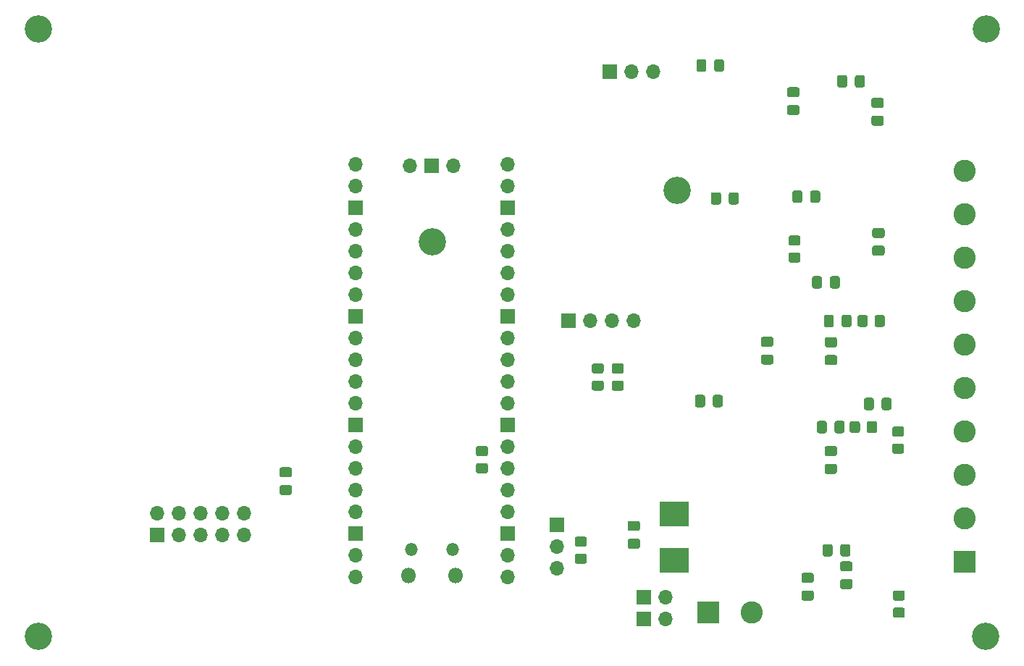
<source format=gbs>
G04 #@! TF.GenerationSoftware,KiCad,Pcbnew,(6.0.6)*
G04 #@! TF.CreationDate,2024-03-22T15:25:42+01:00*
G04 #@! TF.ProjectId,pi-pico-itm39xxc-if,70692d70-6963-46f2-9d69-746d33397878,rev?*
G04 #@! TF.SameCoordinates,Original*
G04 #@! TF.FileFunction,Soldermask,Bot*
G04 #@! TF.FilePolarity,Negative*
%FSLAX46Y46*%
G04 Gerber Fmt 4.6, Leading zero omitted, Abs format (unit mm)*
G04 Created by KiCad (PCBNEW (6.0.6)) date 2024-03-22 15:25:42*
%MOMM*%
%LPD*%
G01*
G04 APERTURE LIST*
%ADD10C,3.200000*%
%ADD11R,2.600000X2.600000*%
%ADD12C,2.600000*%
%ADD13R,1.700000X1.700000*%
%ADD14O,1.700000X1.700000*%
%ADD15O,1.800000X1.800000*%
%ADD16O,1.500000X1.500000*%
%ADD17R,3.500000X2.950000*%
G04 APERTURE END LIST*
D10*
X106248200Y-60223400D03*
X170992800Y-106400600D03*
X60172600Y-35382200D03*
X171018200Y-35382200D03*
X60172600Y-106400600D03*
D11*
X168530000Y-97680000D03*
D12*
X168530000Y-92600000D03*
X168530000Y-87520000D03*
X168530000Y-82440000D03*
X168530000Y-77360000D03*
X168530000Y-72280000D03*
X168530000Y-67200000D03*
X168530000Y-62120000D03*
X168530000Y-57040000D03*
X168530000Y-51960000D03*
D13*
X130957400Y-104394000D03*
D14*
X133497400Y-104394000D03*
D11*
X138508000Y-103629000D03*
D12*
X143588000Y-103629000D03*
D13*
X120802400Y-93309200D03*
D14*
X120802400Y-95849200D03*
X120802400Y-98389200D03*
D15*
X108947800Y-99285600D03*
X103497800Y-99285600D03*
D16*
X103797800Y-96255600D03*
X108647800Y-96255600D03*
D14*
X115112800Y-99415600D03*
X115112800Y-96875600D03*
D13*
X115112800Y-94335600D03*
D14*
X115112800Y-91795600D03*
X115112800Y-89255600D03*
X115112800Y-86715600D03*
X115112800Y-84175600D03*
D13*
X115112800Y-81635600D03*
D14*
X115112800Y-79095600D03*
X115112800Y-76555600D03*
X115112800Y-74015600D03*
X115112800Y-71475600D03*
D13*
X115112800Y-68935600D03*
D14*
X115112800Y-66395600D03*
X115112800Y-63855600D03*
X115112800Y-61315600D03*
X115112800Y-58775600D03*
D13*
X115112800Y-56235600D03*
D14*
X115112800Y-53695600D03*
X115112800Y-51155600D03*
X97332800Y-51155600D03*
X97332800Y-53695600D03*
D13*
X97332800Y-56235600D03*
D14*
X97332800Y-58775600D03*
X97332800Y-61315600D03*
X97332800Y-63855600D03*
X97332800Y-66395600D03*
D13*
X97332800Y-68935600D03*
D14*
X97332800Y-71475600D03*
X97332800Y-74015600D03*
X97332800Y-76555600D03*
X97332800Y-79095600D03*
D13*
X97332800Y-81635600D03*
D14*
X97332800Y-84175600D03*
X97332800Y-86715600D03*
X97332800Y-89255600D03*
X97332800Y-91795600D03*
D13*
X97332800Y-94335600D03*
D14*
X97332800Y-96875600D03*
X97332800Y-99415600D03*
X108762800Y-51385600D03*
D13*
X106222800Y-51385600D03*
D14*
X103682800Y-51385600D03*
D13*
X74091800Y-94513400D03*
D14*
X74091800Y-91973400D03*
X76631800Y-94513400D03*
X76631800Y-91973400D03*
X79171800Y-94513400D03*
X79171800Y-91973400D03*
X81711800Y-94513400D03*
X81711800Y-91973400D03*
X84251800Y-94513400D03*
X84251800Y-91973400D03*
D13*
X127040400Y-40309800D03*
D14*
X129580400Y-40309800D03*
X132120400Y-40309800D03*
D13*
X130962400Y-101854000D03*
D14*
X133502400Y-101854000D03*
D10*
X134899400Y-54203600D03*
D13*
X122184000Y-69443600D03*
D14*
X124724000Y-69443600D03*
X127264000Y-69443600D03*
X129804000Y-69443600D03*
G36*
G01*
X160275200Y-81837000D02*
X161175200Y-81837000D01*
G75*
G02*
X161425200Y-82087000I0J-250000D01*
G01*
X161425200Y-82787000D01*
G75*
G02*
X161175200Y-83037000I-250000J0D01*
G01*
X160275200Y-83037000D01*
G75*
G02*
X160025200Y-82787000I0J250000D01*
G01*
X160025200Y-82087000D01*
G75*
G02*
X160275200Y-81837000I250000J0D01*
G01*
G37*
G36*
G01*
X160275200Y-83837000D02*
X161175200Y-83837000D01*
G75*
G02*
X161425200Y-84087000I0J-250000D01*
G01*
X161425200Y-84787000D01*
G75*
G02*
X161175200Y-85037000I-250000J0D01*
G01*
X160275200Y-85037000D01*
G75*
G02*
X160025200Y-84787000I0J250000D01*
G01*
X160025200Y-84087000D01*
G75*
G02*
X160275200Y-83837000I250000J0D01*
G01*
G37*
G36*
G01*
X125153000Y-74456600D02*
X126053000Y-74456600D01*
G75*
G02*
X126303000Y-74706600I0J-250000D01*
G01*
X126303000Y-75406600D01*
G75*
G02*
X126053000Y-75656600I-250000J0D01*
G01*
X125153000Y-75656600D01*
G75*
G02*
X124903000Y-75406600I0J250000D01*
G01*
X124903000Y-74706600D01*
G75*
G02*
X125153000Y-74456600I250000J0D01*
G01*
G37*
G36*
G01*
X125153000Y-76456600D02*
X126053000Y-76456600D01*
G75*
G02*
X126303000Y-76706600I0J-250000D01*
G01*
X126303000Y-77406600D01*
G75*
G02*
X126053000Y-77656600I-250000J0D01*
G01*
X125153000Y-77656600D01*
G75*
G02*
X124903000Y-77406600I0J250000D01*
G01*
X124903000Y-76706600D01*
G75*
G02*
X125153000Y-76456600I250000J0D01*
G01*
G37*
G36*
G01*
X159172200Y-69053800D02*
X159172200Y-69953800D01*
G75*
G02*
X158922200Y-70203800I-250000J0D01*
G01*
X158222200Y-70203800D01*
G75*
G02*
X157972200Y-69953800I0J250000D01*
G01*
X157972200Y-69053800D01*
G75*
G02*
X158222200Y-68803800I250000J0D01*
G01*
X158922200Y-68803800D01*
G75*
G02*
X159172200Y-69053800I0J-250000D01*
G01*
G37*
G36*
G01*
X157172200Y-69053800D02*
X157172200Y-69953800D01*
G75*
G02*
X156922200Y-70203800I-250000J0D01*
G01*
X156222200Y-70203800D01*
G75*
G02*
X155972200Y-69953800I0J250000D01*
G01*
X155972200Y-69053800D01*
G75*
G02*
X156222200Y-68803800I250000J0D01*
G01*
X156922200Y-68803800D01*
G75*
G02*
X157172200Y-69053800I0J-250000D01*
G01*
G37*
G36*
G01*
X151606500Y-54490600D02*
X151606500Y-55440600D01*
G75*
G02*
X151356500Y-55690600I-250000J0D01*
G01*
X150681500Y-55690600D01*
G75*
G02*
X150431500Y-55440600I0J250000D01*
G01*
X150431500Y-54490600D01*
G75*
G02*
X150681500Y-54240600I250000J0D01*
G01*
X151356500Y-54240600D01*
G75*
G02*
X151606500Y-54490600I0J-250000D01*
G01*
G37*
G36*
G01*
X149531500Y-54490600D02*
X149531500Y-55440600D01*
G75*
G02*
X149281500Y-55690600I-250000J0D01*
G01*
X148606500Y-55690600D01*
G75*
G02*
X148356500Y-55440600I0J250000D01*
G01*
X148356500Y-54490600D01*
G75*
G02*
X148606500Y-54240600I250000J0D01*
G01*
X149281500Y-54240600D01*
G75*
G02*
X149531500Y-54490600I0J-250000D01*
G01*
G37*
G36*
G01*
X111614800Y-84125000D02*
X112514800Y-84125000D01*
G75*
G02*
X112764800Y-84375000I0J-250000D01*
G01*
X112764800Y-85075000D01*
G75*
G02*
X112514800Y-85325000I-250000J0D01*
G01*
X111614800Y-85325000D01*
G75*
G02*
X111364800Y-85075000I0J250000D01*
G01*
X111364800Y-84375000D01*
G75*
G02*
X111614800Y-84125000I250000J0D01*
G01*
G37*
G36*
G01*
X111614800Y-86125000D02*
X112514800Y-86125000D01*
G75*
G02*
X112764800Y-86375000I0J-250000D01*
G01*
X112764800Y-87075000D01*
G75*
G02*
X112514800Y-87325000I-250000J0D01*
G01*
X111614800Y-87325000D01*
G75*
G02*
X111364800Y-87075000I0J250000D01*
G01*
X111364800Y-86375000D01*
G75*
G02*
X111614800Y-86125000I250000J0D01*
G01*
G37*
G36*
G01*
X88653600Y-86614600D02*
X89603600Y-86614600D01*
G75*
G02*
X89853600Y-86864600I0J-250000D01*
G01*
X89853600Y-87539600D01*
G75*
G02*
X89603600Y-87789600I-250000J0D01*
G01*
X88653600Y-87789600D01*
G75*
G02*
X88403600Y-87539600I0J250000D01*
G01*
X88403600Y-86864600D01*
G75*
G02*
X88653600Y-86614600I250000J0D01*
G01*
G37*
G36*
G01*
X88653600Y-88689600D02*
X89603600Y-88689600D01*
G75*
G02*
X89853600Y-88939600I0J-250000D01*
G01*
X89853600Y-89614600D01*
G75*
G02*
X89603600Y-89864600I-250000J0D01*
G01*
X88653600Y-89864600D01*
G75*
G02*
X88403600Y-89614600I0J250000D01*
G01*
X88403600Y-88939600D01*
G75*
G02*
X88653600Y-88689600I250000J0D01*
G01*
G37*
G36*
G01*
X136971600Y-79342000D02*
X136971600Y-78392000D01*
G75*
G02*
X137221600Y-78142000I250000J0D01*
G01*
X137896600Y-78142000D01*
G75*
G02*
X138146600Y-78392000I0J-250000D01*
G01*
X138146600Y-79342000D01*
G75*
G02*
X137896600Y-79592000I-250000J0D01*
G01*
X137221600Y-79592000D01*
G75*
G02*
X136971600Y-79342000I0J250000D01*
G01*
G37*
G36*
G01*
X139046600Y-79342000D02*
X139046600Y-78392000D01*
G75*
G02*
X139296600Y-78142000I250000J0D01*
G01*
X139971600Y-78142000D01*
G75*
G02*
X140221600Y-78392000I0J-250000D01*
G01*
X140221600Y-79342000D01*
G75*
G02*
X139971600Y-79592000I-250000J0D01*
G01*
X139296600Y-79592000D01*
G75*
G02*
X139046600Y-79342000I0J250000D01*
G01*
G37*
G36*
G01*
X148938000Y-45414600D02*
X147988000Y-45414600D01*
G75*
G02*
X147738000Y-45164600I0J250000D01*
G01*
X147738000Y-44489600D01*
G75*
G02*
X147988000Y-44239600I250000J0D01*
G01*
X148938000Y-44239600D01*
G75*
G02*
X149188000Y-44489600I0J-250000D01*
G01*
X149188000Y-45164600D01*
G75*
G02*
X148938000Y-45414600I-250000J0D01*
G01*
G37*
G36*
G01*
X148938000Y-43339600D02*
X147988000Y-43339600D01*
G75*
G02*
X147738000Y-43089600I0J250000D01*
G01*
X147738000Y-42414600D01*
G75*
G02*
X147988000Y-42164600I250000J0D01*
G01*
X148938000Y-42164600D01*
G75*
G02*
X149188000Y-42414600I0J-250000D01*
G01*
X149188000Y-43089600D01*
G75*
G02*
X148938000Y-43339600I-250000J0D01*
G01*
G37*
G36*
G01*
X127489800Y-74456600D02*
X128389800Y-74456600D01*
G75*
G02*
X128639800Y-74706600I0J-250000D01*
G01*
X128639800Y-75406600D01*
G75*
G02*
X128389800Y-75656600I-250000J0D01*
G01*
X127489800Y-75656600D01*
G75*
G02*
X127239800Y-75406600I0J250000D01*
G01*
X127239800Y-74706600D01*
G75*
G02*
X127489800Y-74456600I250000J0D01*
G01*
G37*
G36*
G01*
X127489800Y-76456600D02*
X128389800Y-76456600D01*
G75*
G02*
X128639800Y-76706600I0J-250000D01*
G01*
X128639800Y-77406600D01*
G75*
G02*
X128389800Y-77656600I-250000J0D01*
G01*
X127489800Y-77656600D01*
G75*
G02*
X127239800Y-77406600I0J250000D01*
G01*
X127239800Y-76706600D01*
G75*
G02*
X127489800Y-76456600I250000J0D01*
G01*
G37*
G36*
G01*
X149664400Y-98955100D02*
X150614400Y-98955100D01*
G75*
G02*
X150864400Y-99205100I0J-250000D01*
G01*
X150864400Y-99880100D01*
G75*
G02*
X150614400Y-100130100I-250000J0D01*
G01*
X149664400Y-100130100D01*
G75*
G02*
X149414400Y-99880100I0J250000D01*
G01*
X149414400Y-99205100D01*
G75*
G02*
X149664400Y-98955100I250000J0D01*
G01*
G37*
G36*
G01*
X149664400Y-101030100D02*
X150614400Y-101030100D01*
G75*
G02*
X150864400Y-101280100I0J-250000D01*
G01*
X150864400Y-101955100D01*
G75*
G02*
X150614400Y-102205100I-250000J0D01*
G01*
X149664400Y-102205100D01*
G75*
G02*
X149414400Y-101955100I0J250000D01*
G01*
X149414400Y-101280100D01*
G75*
G02*
X149664400Y-101030100I250000J0D01*
G01*
G37*
G36*
G01*
X151216200Y-82390000D02*
X151216200Y-81440000D01*
G75*
G02*
X151466200Y-81190000I250000J0D01*
G01*
X152141200Y-81190000D01*
G75*
G02*
X152391200Y-81440000I0J-250000D01*
G01*
X152391200Y-82390000D01*
G75*
G02*
X152141200Y-82640000I-250000J0D01*
G01*
X151466200Y-82640000D01*
G75*
G02*
X151216200Y-82390000I0J250000D01*
G01*
G37*
G36*
G01*
X153291200Y-82390000D02*
X153291200Y-81440000D01*
G75*
G02*
X153541200Y-81190000I250000J0D01*
G01*
X154216200Y-81190000D01*
G75*
G02*
X154466200Y-81440000I0J-250000D01*
G01*
X154466200Y-82390000D01*
G75*
G02*
X154216200Y-82640000I-250000J0D01*
G01*
X153541200Y-82640000D01*
G75*
G02*
X153291200Y-82390000I0J250000D01*
G01*
G37*
G36*
G01*
X123171800Y-94716800D02*
X124071800Y-94716800D01*
G75*
G02*
X124321800Y-94966800I0J-250000D01*
G01*
X124321800Y-95666800D01*
G75*
G02*
X124071800Y-95916800I-250000J0D01*
G01*
X123171800Y-95916800D01*
G75*
G02*
X122921800Y-95666800I0J250000D01*
G01*
X122921800Y-94966800D01*
G75*
G02*
X123171800Y-94716800I250000J0D01*
G01*
G37*
G36*
G01*
X123171800Y-96716800D02*
X124071800Y-96716800D01*
G75*
G02*
X124321800Y-96966800I0J-250000D01*
G01*
X124321800Y-97666800D01*
G75*
G02*
X124071800Y-97916800I-250000J0D01*
G01*
X123171800Y-97916800D01*
G75*
G02*
X122921800Y-97666800I0J250000D01*
G01*
X122921800Y-96966800D01*
G75*
G02*
X123171800Y-96716800I250000J0D01*
G01*
G37*
G36*
G01*
X152376200Y-84132800D02*
X153326200Y-84132800D01*
G75*
G02*
X153576200Y-84382800I0J-250000D01*
G01*
X153576200Y-85057800D01*
G75*
G02*
X153326200Y-85307800I-250000J0D01*
G01*
X152376200Y-85307800D01*
G75*
G02*
X152126200Y-85057800I0J250000D01*
G01*
X152126200Y-84382800D01*
G75*
G02*
X152376200Y-84132800I250000J0D01*
G01*
G37*
G36*
G01*
X152376200Y-86207800D02*
X153326200Y-86207800D01*
G75*
G02*
X153576200Y-86457800I0J-250000D01*
G01*
X153576200Y-87132800D01*
G75*
G02*
X153326200Y-87382800I-250000J0D01*
G01*
X152376200Y-87382800D01*
G75*
G02*
X152126200Y-87132800I0J250000D01*
G01*
X152126200Y-86457800D01*
G75*
G02*
X152376200Y-86207800I250000J0D01*
G01*
G37*
G36*
G01*
X129344400Y-92888400D02*
X130294400Y-92888400D01*
G75*
G02*
X130544400Y-93138400I0J-250000D01*
G01*
X130544400Y-93813400D01*
G75*
G02*
X130294400Y-94063400I-250000J0D01*
G01*
X129344400Y-94063400D01*
G75*
G02*
X129094400Y-93813400I0J250000D01*
G01*
X129094400Y-93138400D01*
G75*
G02*
X129344400Y-92888400I250000J0D01*
G01*
G37*
G36*
G01*
X129344400Y-94963400D02*
X130294400Y-94963400D01*
G75*
G02*
X130544400Y-95213400I0J-250000D01*
G01*
X130544400Y-95888400D01*
G75*
G02*
X130294400Y-96138400I-250000J0D01*
G01*
X129344400Y-96138400D01*
G75*
G02*
X129094400Y-95888400I0J250000D01*
G01*
X129094400Y-95213400D01*
G75*
G02*
X129344400Y-94963400I250000J0D01*
G01*
G37*
G36*
G01*
X145890000Y-74599200D02*
X144940000Y-74599200D01*
G75*
G02*
X144690000Y-74349200I0J250000D01*
G01*
X144690000Y-73674200D01*
G75*
G02*
X144940000Y-73424200I250000J0D01*
G01*
X145890000Y-73424200D01*
G75*
G02*
X146140000Y-73674200I0J-250000D01*
G01*
X146140000Y-74349200D01*
G75*
G02*
X145890000Y-74599200I-250000J0D01*
G01*
G37*
G36*
G01*
X145890000Y-72524200D02*
X144940000Y-72524200D01*
G75*
G02*
X144690000Y-72274200I0J250000D01*
G01*
X144690000Y-71599200D01*
G75*
G02*
X144940000Y-71349200I250000J0D01*
G01*
X145890000Y-71349200D01*
G75*
G02*
X146140000Y-71599200I0J-250000D01*
G01*
X146140000Y-72274200D01*
G75*
G02*
X145890000Y-72524200I-250000J0D01*
G01*
G37*
G36*
G01*
X155135600Y-100862800D02*
X154185600Y-100862800D01*
G75*
G02*
X153935600Y-100612800I0J250000D01*
G01*
X153935600Y-99937800D01*
G75*
G02*
X154185600Y-99687800I250000J0D01*
G01*
X155135600Y-99687800D01*
G75*
G02*
X155385600Y-99937800I0J-250000D01*
G01*
X155385600Y-100612800D01*
G75*
G02*
X155135600Y-100862800I-250000J0D01*
G01*
G37*
G36*
G01*
X155135600Y-98787800D02*
X154185600Y-98787800D01*
G75*
G02*
X153935600Y-98537800I0J250000D01*
G01*
X153935600Y-97862800D01*
G75*
G02*
X154185600Y-97612800I250000J0D01*
G01*
X155135600Y-97612800D01*
G75*
G02*
X155385600Y-97862800I0J-250000D01*
G01*
X155385600Y-98537800D01*
G75*
G02*
X155135600Y-98787800I-250000J0D01*
G01*
G37*
G36*
G01*
X158267200Y-81465000D02*
X158267200Y-82365000D01*
G75*
G02*
X158017200Y-82615000I-250000J0D01*
G01*
X157317200Y-82615000D01*
G75*
G02*
X157067200Y-82365000I0J250000D01*
G01*
X157067200Y-81465000D01*
G75*
G02*
X157317200Y-81215000I250000J0D01*
G01*
X158017200Y-81215000D01*
G75*
G02*
X158267200Y-81465000I0J-250000D01*
G01*
G37*
G36*
G01*
X156267200Y-81465000D02*
X156267200Y-82365000D01*
G75*
G02*
X156017200Y-82615000I-250000J0D01*
G01*
X155317200Y-82615000D01*
G75*
G02*
X155067200Y-82365000I0J250000D01*
G01*
X155067200Y-81465000D01*
G75*
G02*
X155317200Y-81215000I250000J0D01*
G01*
X156017200Y-81215000D01*
G75*
G02*
X156267200Y-81465000I0J-250000D01*
G01*
G37*
G36*
G01*
X156840500Y-41003200D02*
X156840500Y-41953200D01*
G75*
G02*
X156590500Y-42203200I-250000J0D01*
G01*
X155915500Y-42203200D01*
G75*
G02*
X155665500Y-41953200I0J250000D01*
G01*
X155665500Y-41003200D01*
G75*
G02*
X155915500Y-40753200I250000J0D01*
G01*
X156590500Y-40753200D01*
G75*
G02*
X156840500Y-41003200I0J-250000D01*
G01*
G37*
G36*
G01*
X154765500Y-41003200D02*
X154765500Y-41953200D01*
G75*
G02*
X154515500Y-42203200I-250000J0D01*
G01*
X153840500Y-42203200D01*
G75*
G02*
X153590500Y-41953200I0J250000D01*
G01*
X153590500Y-41003200D01*
G75*
G02*
X153840500Y-40753200I250000J0D01*
G01*
X154515500Y-40753200D01*
G75*
G02*
X154765500Y-41003200I0J-250000D01*
G01*
G37*
G36*
G01*
X152398200Y-71409400D02*
X153348200Y-71409400D01*
G75*
G02*
X153598200Y-71659400I0J-250000D01*
G01*
X153598200Y-72334400D01*
G75*
G02*
X153348200Y-72584400I-250000J0D01*
G01*
X152398200Y-72584400D01*
G75*
G02*
X152148200Y-72334400I0J250000D01*
G01*
X152148200Y-71659400D01*
G75*
G02*
X152398200Y-71409400I250000J0D01*
G01*
G37*
G36*
G01*
X152398200Y-73484400D02*
X153348200Y-73484400D01*
G75*
G02*
X153598200Y-73734400I0J-250000D01*
G01*
X153598200Y-74409400D01*
G75*
G02*
X153348200Y-74659400I-250000J0D01*
G01*
X152398200Y-74659400D01*
G75*
G02*
X152148200Y-74409400I0J250000D01*
G01*
X152148200Y-73734400D01*
G75*
G02*
X152398200Y-73484400I250000J0D01*
G01*
G37*
D17*
X134518400Y-92075000D03*
X134518400Y-97525000D03*
G36*
G01*
X156709200Y-79681600D02*
X156709200Y-78731600D01*
G75*
G02*
X156959200Y-78481600I250000J0D01*
G01*
X157634200Y-78481600D01*
G75*
G02*
X157884200Y-78731600I0J-250000D01*
G01*
X157884200Y-79681600D01*
G75*
G02*
X157634200Y-79931600I-250000J0D01*
G01*
X156959200Y-79931600D01*
G75*
G02*
X156709200Y-79681600I0J250000D01*
G01*
G37*
G36*
G01*
X158784200Y-79681600D02*
X158784200Y-78731600D01*
G75*
G02*
X159034200Y-78481600I250000J0D01*
G01*
X159709200Y-78481600D01*
G75*
G02*
X159959200Y-78731600I0J-250000D01*
G01*
X159959200Y-79681600D01*
G75*
G02*
X159709200Y-79931600I-250000J0D01*
G01*
X159034200Y-79931600D01*
G75*
G02*
X158784200Y-79681600I0J250000D01*
G01*
G37*
G36*
G01*
X137135200Y-40099000D02*
X137135200Y-39149000D01*
G75*
G02*
X137385200Y-38899000I250000J0D01*
G01*
X138060200Y-38899000D01*
G75*
G02*
X138310200Y-39149000I0J-250000D01*
G01*
X138310200Y-40099000D01*
G75*
G02*
X138060200Y-40349000I-250000J0D01*
G01*
X137385200Y-40349000D01*
G75*
G02*
X137135200Y-40099000I0J250000D01*
G01*
G37*
G36*
G01*
X139210200Y-40099000D02*
X139210200Y-39149000D01*
G75*
G02*
X139460200Y-38899000I250000J0D01*
G01*
X140135200Y-38899000D01*
G75*
G02*
X140385200Y-39149000I0J-250000D01*
G01*
X140385200Y-40099000D01*
G75*
G02*
X140135200Y-40349000I-250000J0D01*
G01*
X139460200Y-40349000D01*
G75*
G02*
X139210200Y-40099000I0J250000D01*
G01*
G37*
G36*
G01*
X148165400Y-59487000D02*
X149065400Y-59487000D01*
G75*
G02*
X149315400Y-59737000I0J-250000D01*
G01*
X149315400Y-60437000D01*
G75*
G02*
X149065400Y-60687000I-250000J0D01*
G01*
X148165400Y-60687000D01*
G75*
G02*
X147915400Y-60437000I0J250000D01*
G01*
X147915400Y-59737000D01*
G75*
G02*
X148165400Y-59487000I250000J0D01*
G01*
G37*
G36*
G01*
X148165400Y-61487000D02*
X149065400Y-61487000D01*
G75*
G02*
X149315400Y-61737000I0J-250000D01*
G01*
X149315400Y-62437000D01*
G75*
G02*
X149065400Y-62687000I-250000J0D01*
G01*
X148165400Y-62687000D01*
G75*
G02*
X147915400Y-62437000I0J250000D01*
G01*
X147915400Y-61737000D01*
G75*
G02*
X148165400Y-61487000I250000J0D01*
G01*
G37*
G36*
G01*
X152035600Y-69978800D02*
X152035600Y-69028800D01*
G75*
G02*
X152285600Y-68778800I250000J0D01*
G01*
X152960600Y-68778800D01*
G75*
G02*
X153210600Y-69028800I0J-250000D01*
G01*
X153210600Y-69978800D01*
G75*
G02*
X152960600Y-70228800I-250000J0D01*
G01*
X152285600Y-70228800D01*
G75*
G02*
X152035600Y-69978800I0J250000D01*
G01*
G37*
G36*
G01*
X154110600Y-69978800D02*
X154110600Y-69028800D01*
G75*
G02*
X154360600Y-68778800I250000J0D01*
G01*
X155035600Y-68778800D01*
G75*
G02*
X155285600Y-69028800I0J-250000D01*
G01*
X155285600Y-69978800D01*
G75*
G02*
X155035600Y-70228800I-250000J0D01*
G01*
X154360600Y-70228800D01*
G75*
G02*
X154110600Y-69978800I0J250000D01*
G01*
G37*
G36*
G01*
X138837000Y-55643800D02*
X138837000Y-54693800D01*
G75*
G02*
X139087000Y-54443800I250000J0D01*
G01*
X139762000Y-54443800D01*
G75*
G02*
X140012000Y-54693800I0J-250000D01*
G01*
X140012000Y-55643800D01*
G75*
G02*
X139762000Y-55893800I-250000J0D01*
G01*
X139087000Y-55893800D01*
G75*
G02*
X138837000Y-55643800I0J250000D01*
G01*
G37*
G36*
G01*
X140912000Y-55643800D02*
X140912000Y-54693800D01*
G75*
G02*
X141162000Y-54443800I250000J0D01*
G01*
X141837000Y-54443800D01*
G75*
G02*
X142087000Y-54693800I0J-250000D01*
G01*
X142087000Y-55643800D01*
G75*
G02*
X141837000Y-55893800I-250000J0D01*
G01*
X141162000Y-55893800D01*
G75*
G02*
X140912000Y-55643800I0J250000D01*
G01*
G37*
G36*
G01*
X158793200Y-46659200D02*
X157843200Y-46659200D01*
G75*
G02*
X157593200Y-46409200I0J250000D01*
G01*
X157593200Y-45734200D01*
G75*
G02*
X157843200Y-45484200I250000J0D01*
G01*
X158793200Y-45484200D01*
G75*
G02*
X159043200Y-45734200I0J-250000D01*
G01*
X159043200Y-46409200D01*
G75*
G02*
X158793200Y-46659200I-250000J0D01*
G01*
G37*
G36*
G01*
X158793200Y-44584200D02*
X157843200Y-44584200D01*
G75*
G02*
X157593200Y-44334200I0J250000D01*
G01*
X157593200Y-43659200D01*
G75*
G02*
X157843200Y-43409200I250000J0D01*
G01*
X158793200Y-43409200D01*
G75*
G02*
X159043200Y-43659200I0J-250000D01*
G01*
X159043200Y-44334200D01*
G75*
G02*
X158793200Y-44584200I-250000J0D01*
G01*
G37*
G36*
G01*
X158894800Y-61873800D02*
X157944800Y-61873800D01*
G75*
G02*
X157694800Y-61623800I0J250000D01*
G01*
X157694800Y-60948800D01*
G75*
G02*
X157944800Y-60698800I250000J0D01*
G01*
X158894800Y-60698800D01*
G75*
G02*
X159144800Y-60948800I0J-250000D01*
G01*
X159144800Y-61623800D01*
G75*
G02*
X158894800Y-61873800I-250000J0D01*
G01*
G37*
G36*
G01*
X158894800Y-59798800D02*
X157944800Y-59798800D01*
G75*
G02*
X157694800Y-59548800I0J250000D01*
G01*
X157694800Y-58873800D01*
G75*
G02*
X157944800Y-58623800I250000J0D01*
G01*
X158894800Y-58623800D01*
G75*
G02*
X159144800Y-58873800I0J-250000D01*
G01*
X159144800Y-59548800D01*
G75*
G02*
X158894800Y-59798800I-250000J0D01*
G01*
G37*
G36*
G01*
X150651900Y-65457600D02*
X150651900Y-64507600D01*
G75*
G02*
X150901900Y-64257600I250000J0D01*
G01*
X151576900Y-64257600D01*
G75*
G02*
X151826900Y-64507600I0J-250000D01*
G01*
X151826900Y-65457600D01*
G75*
G02*
X151576900Y-65707600I-250000J0D01*
G01*
X150901900Y-65707600D01*
G75*
G02*
X150651900Y-65457600I0J250000D01*
G01*
G37*
G36*
G01*
X152726900Y-65457600D02*
X152726900Y-64507600D01*
G75*
G02*
X152976900Y-64257600I250000J0D01*
G01*
X153651900Y-64257600D01*
G75*
G02*
X153901900Y-64507600I0J-250000D01*
G01*
X153901900Y-65457600D01*
G75*
G02*
X153651900Y-65707600I-250000J0D01*
G01*
X152976900Y-65707600D01*
G75*
G02*
X152726900Y-65457600I0J250000D01*
G01*
G37*
G36*
G01*
X160357400Y-101016000D02*
X161257400Y-101016000D01*
G75*
G02*
X161507400Y-101266000I0J-250000D01*
G01*
X161507400Y-101966000D01*
G75*
G02*
X161257400Y-102216000I-250000J0D01*
G01*
X160357400Y-102216000D01*
G75*
G02*
X160107400Y-101966000I0J250000D01*
G01*
X160107400Y-101266000D01*
G75*
G02*
X160357400Y-101016000I250000J0D01*
G01*
G37*
G36*
G01*
X160357400Y-103016000D02*
X161257400Y-103016000D01*
G75*
G02*
X161507400Y-103266000I0J-250000D01*
G01*
X161507400Y-103966000D01*
G75*
G02*
X161257400Y-104216000I-250000J0D01*
G01*
X160357400Y-104216000D01*
G75*
G02*
X160107400Y-103966000I0J250000D01*
G01*
X160107400Y-103266000D01*
G75*
G02*
X160357400Y-103016000I250000J0D01*
G01*
G37*
G36*
G01*
X155142600Y-95841800D02*
X155142600Y-96791800D01*
G75*
G02*
X154892600Y-97041800I-250000J0D01*
G01*
X154217600Y-97041800D01*
G75*
G02*
X153967600Y-96791800I0J250000D01*
G01*
X153967600Y-95841800D01*
G75*
G02*
X154217600Y-95591800I250000J0D01*
G01*
X154892600Y-95591800D01*
G75*
G02*
X155142600Y-95841800I0J-250000D01*
G01*
G37*
G36*
G01*
X153067600Y-95841800D02*
X153067600Y-96791800D01*
G75*
G02*
X152817600Y-97041800I-250000J0D01*
G01*
X152142600Y-97041800D01*
G75*
G02*
X151892600Y-96791800I0J250000D01*
G01*
X151892600Y-95841800D01*
G75*
G02*
X152142600Y-95591800I250000J0D01*
G01*
X152817600Y-95591800D01*
G75*
G02*
X153067600Y-95841800I0J-250000D01*
G01*
G37*
M02*

</source>
